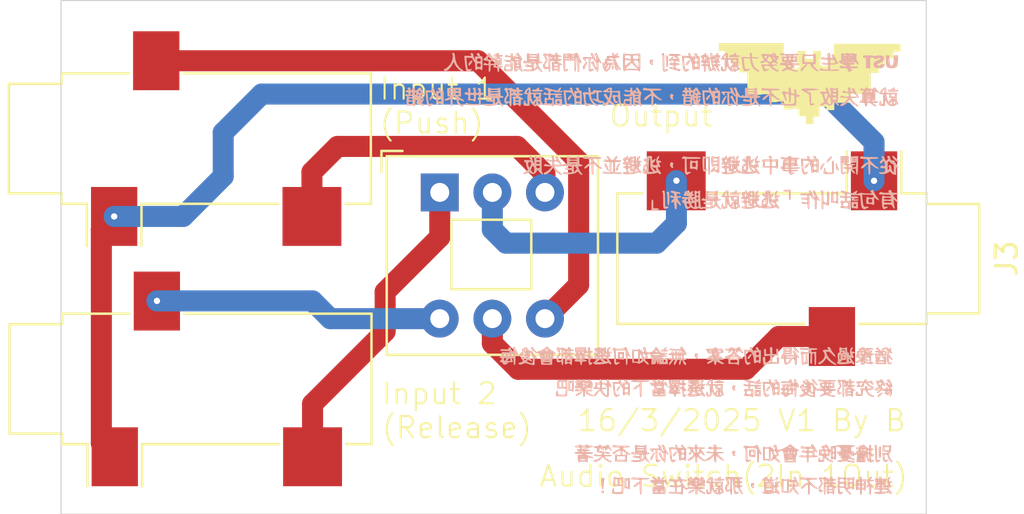
<source format=kicad_pcb>
(kicad_pcb (version 20240108) (generator "pcbnew") (generator_version "8.0")
  (layers (0 "F.Cu" signal) (31 "B.Cu" signal) (34 "B.Paste" user) (35 "F.Paste" user) (36 "B.SilkS" user "B.Silkscreen") (37 "F.SilkS" user "F.Silkscreen") (38 "B.Mask" user) (39 "F.Mask" user) (44 "Edge.Cuts" user))
  (net 0 "")
  (net 1 "Net-(J1-PadT)")
  (net 2 "Net-(J1-PadS)")
  (net 3 "Net-(J1-PadR)")
  (net 4 "Net-(J3-PadR)")
  (net 5 "Net-(J3-PadT)")
  (net 6 "Net-(J2-PadT)")
  (net 7 "Net-(J2-PadR)")
  (footprint "Connector_Audio:Jack_3.5mm_CUI_SJ-3523-SMT_Horizontal" (layer "F.Cu") (at 145.2118 75.2856 -90)
    (property "Reference" "J3" (at 0 -9.9 90) (layer "F.SilkS"))
    (property "Value" "Output" (hide yes))
    (pad "" np_thru_hole circle (at 0 -2.5 270) (size 1.7 1.7) (drill 1.7) (layers "*.Cu" "*.Mask"))
    (pad "" np_thru_hole circle (at 0 4.5 270) (size 1.7 1.7) (drill 1.7) (layers "*.Cu" "*.Mask"))
    (pad "R" smd rect (at 3.7 -1.6 270) (size 2.8 2.2) (layers "F.Cu" "F.Paste" "F.Mask") (net 4 "Net-(J3-PadR)"))
    (pad "S" smd rect (at -3.7 -3.6 270) (size 2.8 2.2) (layers "F.Cu" "F.Paste" "F.Mask") (net 2 "Net-(J1-PadS)"))
    (pad "T" smd rect (at -3.7 5.8 270) (size 2.8 2.8) (layers "F.Cu" "F.Paste" "F.Mask") (net 5 "Net-(J3-PadT)"))
  )
  (footprint "Connector_Audio:Jack_3.5mm_CUI_SJ-3523-SMT_Horizontal" (layer "F.Cu") (at 116.2978 69.579 90)
    (property "Reference" "J1" (hide yes))
    (property "Value" "Input 1" (hide yes))
    (pad "" np_thru_hole circle (at 0 -2.5 90) (size 1.7 1.7) (drill 1.7) (layers "*.Cu" "*.Mask"))
    (pad "" np_thru_hole circle (at 0 4.5 90) (size 1.7 1.7) (drill 1.7) (layers "*.Cu" "*.Mask"))
    (pad "R" smd rect (at 3.7 -1.6 90) (size 2.8 2.2) (layers "F.Cu" "F.Paste" "F.Mask") (net 3 "Net-(J1-PadR)"))
    (pad "S" smd rect (at -3.7 -3.6 90) (size 2.8 2.2) (layers "F.Cu" "F.Paste" "F.Mask") (net 2 "Net-(J1-PadS)"))
    (pad "T" smd rect (at -3.7 5.8 90) (size 2.8 2.8) (layers "F.Cu" "F.Paste" "F.Mask") (net 1 "Net-(J1-PadT)"))
  )
  (footprint "LOGO" (layer "F.Cu") (at 145.5674 66.9798)
    (property "Reference" "G***" (hide yes))
    (property "Value" "LOGO" (hide yes))
  )
  (footprint "Button_Switch_THT:SW_Push_2P2T_Toggle_CK_PVA2OAH5xxxxxxV2" (layer "F.Cu") (at 128.1722 72.136)
    (property "Reference" "SW2" (hide yes))
    (property "Value" "SW_Slide_DPDT" (hide yes))
    (pad "1" thru_hole rect (at 0 0) (size 1.8 1.8) (drill 0.9) (layers "*.Cu" "*.Mask") (net 6 "Net-(J2-PadT)"))
    (pad "2" thru_hole circle (at 2.5 0) (size 1.8 1.8) (drill 0.9) (layers "*.Cu" "*.Mask") (net 5 "Net-(J3-PadT)"))
    (pad "3" thru_hole circle (at 5 0) (size 1.8 1.8) (drill 0.9) (layers "*.Cu" "*.Mask") (net 1 "Net-(J1-PadT)"))
    (pad "4" thru_hole circle (at 0 6) (size 1.8 1.8) (drill 0.9) (layers "*.Cu" "*.Mask") (net 7 "Net-(J2-PadR)"))
    (pad "5" thru_hole circle (at 2.5 6) (size 1.8 1.8) (drill 0.9) (layers "*.Cu" "*.Mask") (net 4 "Net-(J3-PadR)"))
    (pad "6" thru_hole circle (at 5 6) (size 1.8 1.8) (drill 0.9) (layers "*.Cu" "*.Mask") (net 3 "Net-(J1-PadR)"))
  )
  (footprint "Connector_Audio:Jack_3.5mm_CUI_SJ-3523-SMT_Horizontal" (layer "F.Cu") (at 116.3278 81.0006 90)
    (property "Reference" "J2" (hide yes))
    (property "Value" "Input 2" (hide yes))
    (pad "" np_thru_hole circle (at 0 -2.5 90) (size 1.7 1.7) (drill 1.7) (layers "*.Cu" "*.Mask"))
    (pad "" np_thru_hole circle (at 0 4.5 90) (size 1.7 1.7) (drill 1.7) (layers "*.Cu" "*.Mask"))
    (pad "R" smd rect (at 3.7 -1.6 90) (size 2.8 2.2) (layers "F.Cu" "F.Paste" "F.Mask") (net 7 "Net-(J2-PadR)"))
    (pad "S" smd rect (at -3.7 -3.6 90) (size 2.8 2.2) (layers "F.Cu" "F.Paste" "F.Mask") (net 2 "Net-(J1-PadS)"))
    (pad "T" smd rect (at -3.7 5.8 90) (size 2.8 2.8) (layers "F.Cu" "F.Paste" "F.Mask") (net 6 "Net-(J2-PadT)"))
  )
  (footprint "LOGO" (layer "B.Cu") (at 138.263579 69.401615 180)
    (property "Reference" "G***" (hide yes))
    (property "Value" "LOGO" (hide yes))
  )
  (footprint "LOGO" (layer "B.Cu") (at 140.206586 82.897626 180)
    (property "Reference" "G***" (hide yes))
    (property "Value" "LOGO" (hide yes))
  )
  (gr_rect (start 110.1725 63.0174) (end 151.2951 87.4268) (stroke (width 0.05)) (fill none) (layer "Edge.Cuts"))
  (gr_text "Output" (at 136.1694 69.088 0) (layer "F.SilkS") (effects (font (size 1 1) (thickness 0.1)) (justify left bottom)))
  (gr_text "Input 2\n(Release)" (at 125.349 83.8962 0) (layer "F.SilkS") (effects (font (size 1 1) (thickness 0.1)) (justify left bottom)))
  (gr_text "Audio Switch(2In 1Out)" (at 132.842 86.2076 -0) (layer "F.SilkS") (effects (font (size 1 1) (thickness 0.1)) (justify left bottom)))
  (gr_text "16/3/2025 V1 By B" (at 134.6454 83.566 -0) (layer "F.SilkS") (effects (font (size 1 1) (thickness 0.1)) (justify left bottom)))
  (gr_text "Input 1\n(Push)" (at 125.2474 69.4182 0) (layer "F.SilkS") (effects (font (size 1 1) (thickness 0.1)) (justify left bottom)))
  (segment (start 122.0978 71.1708) (end 122.0978 73.279) (width 1) (layer "F.Cu") (net 1))
  (segment (start 133.1722 71.2724) (end 131.8514 69.9516) (width 1) (layer "F.Cu") (net 1))
  (segment (start 133.1722 72.136) (end 133.1722 71.2724) (width 1) (layer "F.Cu") (net 1))
  (segment (start 123.317 69.9516) (end 122.0978 71.1708) (width 1) (layer "F.Cu") (net 1))
  (segment (start 131.8514 69.9516) (end 123.317 69.9516) (width 1) (layer "F.Cu") (net 1))
  (segment (start 112.0902 84.063) (end 112.7278 84.7006) (width 1) (layer "F.Cu") (net 2))
  (segment (start 112.6978 73.279) (end 112.0902 73.8866) (width 1) (layer "F.Cu") (net 2))
  (segment (start 112.0902 73.8866) (end 112.0902 84.063) (width 1) (layer "F.Cu") (net 2))
  (via (at 112.6978 73.279) (size 0.6) (drill 0.3) (layers "F.Cu" "B.Cu") (net 2))
  (via (at 148.8118 71.5856) (size 0.6) (drill 0.3) (layers "F.Cu" "B.Cu") (net 2))
  (segment (start 115.9764 73.279) (end 117.8814 71.374) (width 1) (layer "B.Cu") (net 2))
  (segment (start 148.8118 69.7416) (end 148.8118 71.5856) (width 1) (layer "B.Cu") (net 2))
  (segment (start 117.8814 71.374) (end 117.8814 69.2912) (width 1) (layer "B.Cu") (net 2))
  (segment (start 146.5326 67.4624) (end 148.8118 69.7416) (width 1) (layer "B.Cu") (net 2))
  (segment (start 119.7102 67.4624) (end 146.5326 67.4624) (width 1) (layer "B.Cu") (net 2))
  (segment (start 112.6978 73.279) (end 115.9764 73.279) (width 1) (layer "B.Cu") (net 2))
  (segment (start 117.8814 69.2912) (end 119.7102 67.4624) (width 1) (layer "B.Cu") (net 2))
  (segment (start 134.7722 76.536) (end 134.7722 70.6626) (width 1) (layer "F.Cu") (net 3))
  (segment (start 134.7722 70.6626) (end 129.9886 65.879) (width 1) (layer "F.Cu") (net 3))
  (segment (start 129.9886 65.879) (end 114.6978 65.879) (width 1) (layer "F.Cu") (net 3))
  (segment (start 133.1722 78.136) (end 134.7722 76.536) (width 1) (layer "F.Cu") (net 3))
  (segment (start 130.6722 78.136) (end 130.6722 79.3134) (width 1) (layer "F.Cu") (net 4))
  (segment (start 131.9022 80.5434) (end 142.7226 80.5434) (width 1) (layer "F.Cu") (net 4))
  (segment (start 142.7226 80.5434) (end 144.2804 78.9856) (width 1) (layer "F.Cu") (net 4))
  (segment (start 144.2804 78.9856) (end 146.8118 78.9856) (width 1) (layer "F.Cu") (net 4))
  (segment (start 130.6722 79.3134) (end 131.9022 80.5434) (width 1) (layer "F.Cu") (net 4))
  (segment (start 139.4122 71.5856) (end 139.4206 71.5772) (width 1) (layer "F.Cu") (net 5))
  (segment (start 139.4118 71.5856) (end 139.4122 71.5856) (width 1) (layer "F.Cu") (net 5))
  (via (at 139.4206 71.5772) (size 0.6) (drill 0.3) (layers "F.Cu" "B.Cu") (net 5))
  (segment (start 139.4206 71.5772) (end 139.4206 73.6092) (width 1) (layer "B.Cu") (net 5))
  (segment (start 130.6722 73.9032) (end 130.6722 72.136) (width 1) (layer "B.Cu") (net 5))
  (segment (start 139.4206 73.6092) (end 138.4808 74.549) (width 1) (layer "B.Cu") (net 5))
  (segment (start 138.4808 74.549) (end 131.318 74.549) (width 1) (layer "B.Cu") (net 5))
  (segment (start 131.318 74.549) (end 130.6722 73.9032) (width 1) (layer "B.Cu") (net 5))
  (segment (start 122.1278 84.7006) (end 122.1278 82.1898) (width 1) (layer "F.Cu") (net 6))
  (segment (start 125.5776 76.8604) (end 128.1722 74.2658) (width 1) (layer "F.Cu") (net 6))
  (segment (start 122.1278 82.1898) (end 125.5776 78.74) (width 1) (layer "F.Cu") (net 6))
  (segment (start 125.5776 78.74) (end 125.5776 76.8604) (width 1) (layer "F.Cu") (net 6))
  (segment (start 128.1722 74.2658) (end 128.1722 72.136) (width 1) (layer "F.Cu") (net 6))
  (segment (start 114.7278 77.2962) (end 114.7318 77.2922) (width 1) (layer "F.Cu") (net 7))
  (segment (start 114.7278 77.3006) (end 114.7278 77.2962) (width 1) (layer "F.Cu") (net 7))
  (via (at 114.7318 77.2922) (size 0.6) (drill 0.3) (layers "F.Cu" "B.Cu") (net 7))
  (segment (start 122.967 78.136) (end 128.1722 78.136) (width 1) (layer "B.Cu") (net 7))
  (segment (start 114.7318 77.2922) (end 122.1232 77.2922) (width 1) (layer "B.Cu") (net 7))
  (segment (start 122.1232 77.2922) (end 122.967 78.136) (width 1) (layer "B.Cu") (net 7))
)
</source>
